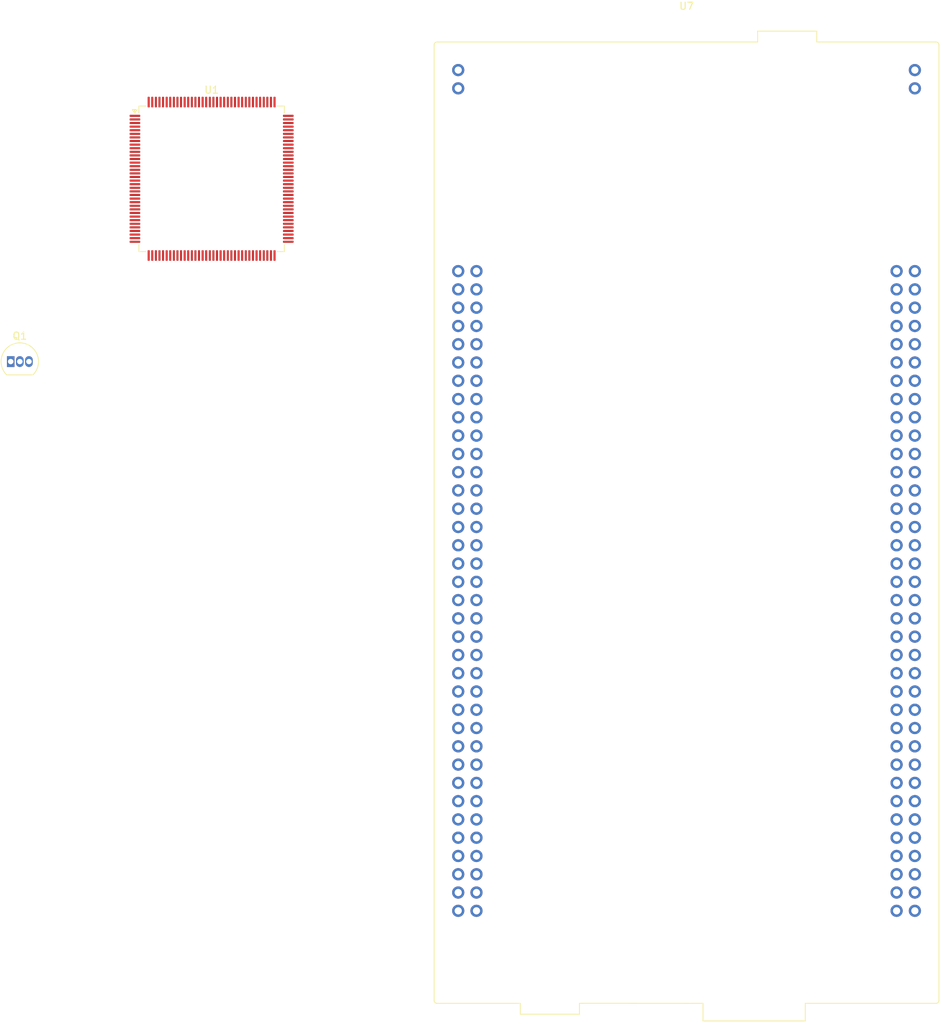
<source format=kicad_pcb>
(kicad_pcb (version 20240108) (generator "pcbnew") (generator_version "8.0")
  (layers (0 "F.Cu" signal) (31 "B.Cu" signal) (34 "B.Paste" user) (35 "F.Paste" user) (36 "B.SilkS" user "B.Silkscreen") (37 "F.SilkS" user "F.Silkscreen") (38 "B.Mask" user) (39 "F.Mask" user) (44 "Edge.Cuts" user))
  (net 0 "")
  (net 1 "PIN_X")
  (net 2 "Net-(Q1-B)")
  (net 3 "Net-(Q1-C)")
  (net 5 "OSC32_OUT")
  (net 9 "---")
  (net 13 "Net-(U1-VSS-Pad107)")
  (net 23 "OSC32_IN")
  (net 24 "TCK")
  (net 26 "RMII_MDC")
  (net 35 "TIM2_CH3 ---")
  (net 37 "TMS")
  (net 40 "USART3_RX")
  (net 41 "RMII_MDIO")
  (net 46 "USB_DP")
  (net 55 "LD3_Red")
  (net 57 "ENC_DT")
  (net 61 "USB_ID")
  (net 62 "EndStop1")
  (net 64 "USART3_TX")
  (net 68 "RMII_CRS_DV")
  (net 73 "ENC_CLK")
  (net 76 "LD1_Green")
  (net 77 "RMII_RXD1")
  (net 79 "RMII_TXD1")
  (net 82 "OSC_OUT")
  (net 87 "USB_SOF-TP1")
  (net 88 "USART2_TX")
  (net 90 "I2C1_SDA")
  (net 98 "USB_OverCurrent")
  (net 102 "LD2_Blue")
  (net 103 "RMII_TXD0")
  (net 108 "USB_DM")
  (net 109 "USART2_RX")
  (net 113 "EndStop2")
  (net 114 "RMII_REF_CLK")
  (net 115 "USB_PowerSwitchOn")
  (net 118 "I2C1_SCL")
  (net 119 "USB_VBUS")
  (net 120 "USER_Btn_B1")
  (net 121 "RMII_RXD0")
  (net 125 "OSC_IN_MCO")
  (net 131 "RMII_TX_EN")
  (net 279 "PA3")
  (footprint "Package_QFP:LQFP-144_20x20mm_P0.5mm" (layer "F.Cu") (at 83.82 53.34)
    (property "Reference" "U1" (at 0 -12.35 0) (layer "F.SilkS"))
    (property "Value" "STM32F746ZGTx")
    (fp_line (start -10.11 -10.11) (end -10.11 -9.16) (stroke (width 0.12)) (layer "F.SilkS"))
    (fp_line (start -10.11 10.11) (end -10.11 9.16) (stroke (width 0.12)) (layer "F.SilkS"))
    (fp_line (start -9.16 -10.11) (end -10.11 -10.11) (stroke (width 0.12)) (layer "F.SilkS"))
    (fp_line (start -9.16 10.11) (end -10.11 10.11) (stroke (width 0.12)) (layer "F.SilkS"))
    (fp_line (start 9.16 -10.11) (end 10.11 -10.11) (stroke (width 0.12)) (layer "F.SilkS"))
    (fp_line (start 9.16 10.11) (end 10.11 10.11) (stroke (width 0.12)) (layer "F.SilkS"))
    (fp_line (start 10.11 -10.11) (end 10.11 -9.16) (stroke (width 0.12)) (layer "F.SilkS"))
    (fp_line (start 10.11 10.11) (end 10.11 9.16) (stroke (width 0.12)) (layer "F.SilkS"))
    (fp_poly (pts (xy -10.7 -9.16) (xy -11.04 -9.63) (xy -10.36 -9.63) (xy -10.7 -9.16)) (stroke (width 0.12)) (fill solid) (layer "F.SilkS"))
    (pad "1" smd roundrect (at -10.6625 -8.75) (size 1.475 0.3) (layers "F.Cu" "F.Paste" "F.Mask") (net 62 "EndStop1"))
    (pad "2" smd roundrect (at -10.6625 -8.25) (size 1.475 0.3) (layers "F.Cu" "F.Paste" "F.Mask"))
    (pad "3" smd roundrect (at -10.6625 -7.75) (size 1.475 0.3) (layers "F.Cu" "F.Paste" "F.Mask") (net 113 "EndStop2"))
    (pad "4" smd roundrect (at -10.6625 -7.25) (size 1.475 0.3) (layers "F.Cu" "F.Paste" "F.Mask"))
    (pad "5" smd roundrect (at -10.6625 -6.75) (size 1.475 0.3) (layers "F.Cu" "F.Paste" "F.Mask"))
    (pad "6" smd roundrect (at -10.6625 -6.25) (size 1.475 0.3) (layers "F.Cu" "F.Paste" "F.Mask"))
    (pad "7" smd roundrect (at -10.6625 -5.75) (size 1.475 0.3) (layers "F.Cu" "F.Paste" "F.Mask") (net 120 "USER_Btn_B1"))
    (pad "8" smd roundrect (at -10.6625 -5.25) (size 1.475 0.3) (layers "F.Cu" "F.Paste" "F.Mask") (net 23 "OSC32_IN"))
    (pad "9" smd roundrect (at -10.6625 -4.75) (size 1.475 0.3) (layers "F.Cu" "F.Paste" "F.Mask") (net 5 "OSC32_OUT"))
    (pad "10" smd roundrect (at -10.6625 -4.25) (size 1.475 0.3) (layers "F.Cu" "F.Paste" "F.Mask"))
    (pad "11" smd roundrect (at -10.6625 -3.75) (size 1.475 0.3) (layers "F.Cu" "F.Paste" "F.Mask"))
    (pad "12" smd roundrect (at -10.6625 -3.25) (size 1.475 0.3) (layers "F.Cu" "F.Paste" "F.Mask"))
    (pad "13" smd roundrect (at -10.6625 -2.75) (size 1.475 0.3) (layers "F.Cu" "F.Paste" "F.Mask"))
    (pad "14" smd roundrect (at -10.6625 -2.25) (size 1.475 0.3) (layers "F.Cu" "F.Paste" "F.Mask"))
    (pad "15" smd roundrect (at -10.6625 -1.75) (size 1.475 0.3) (layers "F.Cu" "F.Paste" "F.Mask"))
    (pad "16" smd roundrect (at -10.6625 -1.25) (size 1.475 0.3) (layers "F.Cu" "F.Paste" "F.Mask") (net 13 "Net-(U1-VSS-Pad107)"))
    (pad "17" smd roundrect (at -10.6625 -0.75) (size 1.475 0.3) (layers "F.Cu" "F.Paste" "F.Mask"))
    (pad "18" smd roundrect (at -10.6625 -0.25) (size 1.475 0.3) (layers "F.Cu" "F.Paste" "F.Mask"))
    (pad "19" smd roundrect (at -10.6625 0.25) (size 1.475 0.3) (layers "F.Cu" "F.Paste" "F.Mask"))
    (pad "20" smd roundrect (at -10.6625 0.75) (size 1.475 0.3) (layers "F.Cu" "F.Paste" "F.Mask"))
    (pad "21" smd roundrect (at -10.6625 1.25) (size 1.475 0.3) (layers "F.Cu" "F.Paste" "F.Mask"))
    (pad "22" smd roundrect (at -10.6625 1.75) (size 1.475 0.3) (layers "F.Cu" "F.Paste" "F.Mask"))
    (pad "23" smd roundrect (at -10.6625 2.25) (size 1.475 0.3) (layers "F.Cu" "F.Paste" "F.Mask") (net 125 "OSC_IN_MCO"))
    (pad "24" smd roundrect (at -10.6625 2.75) (size 1.475 0.3) (layers "F.Cu" "F.Paste" "F.Mask") (net 82 "OSC_OUT"))
    (pad "25" smd roundrect (at -10.6625 3.25) (size 1.475 0.3) (layers "F.Cu" "F.Paste" "F.Mask"))
    (pad "26" smd roundrect (at -10.6625 3.75) (size 1.475 0.3) (layers "F.Cu" "F.Paste" "F.Mask"))
    (pad "27" smd roundrect (at -10.6625 4.25) (size 1.475 0.3) (layers "F.Cu" "F.Paste" "F.Mask") (net 26 "RMII_MDC"))
    (pad "28" smd roundrect (at -10.6625 4.75) (size 1.475 0.3) (layers "F.Cu" "F.Paste" "F.Mask"))
    (pad "29" smd roundrect (at -10.6625 5.25) (size 1.475 0.3) (layers "F.Cu" "F.Paste" "F.Mask"))
    (pad "30" smd roundrect (at -10.6625 5.75) (size 1.475 0.3) (layers "F.Cu" "F.Paste" "F.Mask"))
    (pad "31" smd roundrect (at -10.6625 6.25) (size 1.475 0.3) (layers "F.Cu" "F.Paste" "F.Mask"))
    (pad "32" smd roundrect (at -10.6625 6.75) (size 1.475 0.3) (layers "F.Cu" "F.Paste" "F.Mask"))
    (pad "33" smd roundrect (at -10.6625 7.25) (size 1.475 0.3) (layers "F.Cu" "F.Paste" "F.Mask"))
    (pad "34" smd roundrect (at -10.6625 7.75) (size 1.475 0.3) (layers "F.Cu" "F.Paste" "F.Mask"))
    (pad "35" smd roundrect (at -10.6625 8.25) (size 1.475 0.3) (layers "F.Cu" "F.Paste" "F.Mask") (net 114 "RMII_REF_CLK"))
    (pad "36" smd roundrect (at -10.6625 8.75) (size 1.475 0.3) (layers "F.Cu" "F.Paste" "F.Mask") (net 41 "RMII_MDIO"))
    (pad "37" smd roundrect (at -8.75 10.6625) (size 0.3 1.475) (layers "F.Cu" "F.Paste" "F.Mask") (net 9 "---"))
    (pad "38" smd roundrect (at -8.25 10.6625) (size 0.3 1.475) (layers "F.Cu" "F.Paste" "F.Mask") (net 13 "Net-(U1-VSS-Pad107)"))
    (pad "39" smd roundrect (at -7.75 10.6625) (size 0.3 1.475) (layers "F.Cu" "F.Paste" "F.Mask"))
    (pad "40" smd roundrect (at -7.25 10.6625) (size 0.3 1.475) (layers "F.Cu" "F.Paste" "F.Mask"))
    (pad "41" smd roundrect (at -6.75 10.6625) (size 0.3 1.475) (layers "F.Cu" "F.Paste" "F.Mask"))
    (pad "42" smd roundrect (at -6.25 10.6625) (size 0.3 1.475) (layers "F.Cu" "F.Paste" "F.Mask"))
    (pad "43" smd roundrect (at -5.75 10.6625) (size 0.3 1.475) (layers "F.Cu" "F.Paste" "F.Mask") (net 68 "RMII_CRS_DV"))
    (pad "44" smd roundrect (at -5.25 10.6625) (size 0.3 1.475) (layers "F.Cu" "F.Paste" "F.Mask") (net 121 "RMII_RXD0"))
    (pad "45" smd roundrect (at -4.75 10.6625) (size 0.3 1.475) (layers "F.Cu" "F.Paste" "F.Mask") (net 77 "RMII_RXD1"))
    (pad "46" smd roundrect (at -4.25 10.6625) (size 0.3 1.475) (layers "F.Cu" "F.Paste" "F.Mask") (net 76 "LD1_Green"))
    (pad "47" smd roundrect (at -3.75 10.6625) (size 0.3 1.475) (layers "F.Cu" "F.Paste" "F.Mask") (net 9 "---"))
    (pad "48" smd roundrect (at -3.25 10.6625) (size 0.3 1.475) (layers "F.Cu" "F.Paste" "F.Mask") (net 9 "---"))
    (pad "49" smd roundrect (at -2.75 10.6625) (size 0.3 1.475) (layers "F.Cu" "F.Paste" "F.Mask"))
    (pad "50" smd roundrect (at -2.25 10.6625) (size 0.3 1.475) (layers "F.Cu" "F.Paste" "F.Mask"))
    (pad "51" smd roundrect (at -1.75 10.6625) (size 0.3 1.475) (layers "F.Cu" "F.Paste" "F.Mask") (net 13 "Net-(U1-VSS-Pad107)"))
    (pad "52" smd roundrect (at -1.25 10.6625) (size 0.3 1.475) (layers "F.Cu" "F.Paste" "F.Mask"))
    (pad "53" smd roundrect (at -0.75 10.6625) (size 0.3 1.475) (layers "F.Cu" "F.Paste" "F.Mask"))
    (pad "54" smd roundrect (at -0.25 10.6625) (size 0.3 1.475) (layers "F.Cu" "F.Paste" "F.Mask"))
    (pad "55" smd roundrect (at 0.25 10.6625) (size 0.3 1.475) (layers "F.Cu" "F.Paste" "F.Mask"))
    (pad "56" smd roundrect (at 0.75 10.6625) (size 0.3 1.475) (layers "F.Cu" "F.Paste" "F.Mask") (net 1 "PIN_X"))
    (pad "57" smd roundrect (at 1.25 10.6625) (size 0.3 1.475) (layers "F.Cu" "F.Paste" "F.Mask"))
    (pad "58" smd roundrect (at 1.75 10.6625) (size 0.3 1.475) (layers "F.Cu" "F.Paste" "F.Mask"))
    (pad "59" smd roundrect (at 2.25 10.6625) (size 0.3 1.475) (layers "F.Cu" "F.Paste" "F.Mask"))
    (pad "60" smd roundrect (at 2.75 10.6625) (size 0.3 1.475) (layers "F.Cu" "F.Paste" "F.Mask"))
    (pad "61" smd roundrect (at 3.25 10.6625) (size 0.3 1.475) (layers "F.Cu" "F.Paste" "F.Mask") (net 13 "Net-(U1-VSS-Pad107)"))
    (pad "62" smd roundrect (at 3.75 10.6625) (size 0.3 1.475) (layers "F.Cu" "F.Paste" "F.Mask"))
    (pad "63" smd roundrect (at 4.25 10.6625) (size 0.3 1.475) (layers "F.Cu" "F.Paste" "F.Mask"))
    (pad "64" smd roundrect (at 4.75 10.6625) (size 0.3 1.475) (layers "F.Cu" "F.Paste" "F.Mask"))
    (pad "65" smd roundrect (at 5.25 10.6625) (size 0.3 1.475) (layers "F.Cu" "F.Paste" "F.Mask"))
    (pad "66" smd roundrect (at 5.75 10.6625) (size 0.3 1.475) (layers "F.Cu" "F.Paste" "F.Mask"))
    (pad "67" smd roundrect (at 6.25 10.6625) (size 0.3 1.475) (layers "F.Cu" "F.Paste" "F.Mask"))
    (pad "68" smd roundrect (at 6.75 10.6625) (size 0.3 1.475) (layers "F.Cu" "F.Paste" "F.Mask"))
    (pad "69" smd roundrect (at 7.25 10.6625) (size 0.3 1.475) (layers "F.Cu" "F.Paste" "F.Mask") (net 35 "TIM2_CH3 ---"))
    (pad "70" smd roundrect (at 7.75 10.6625) (size 0.3 1.475) (layers "F.Cu" "F.Paste" "F.Mask"))
    (pad "71" smd roundrect (at 8.25 10.6625) (size 0.3 1.475) (layers "F.Cu" "F.Paste" "F.Mask"))
    (pad "72" smd roundrect (at 8.75 10.6625) (size 0.3 1.475) (layers "F.Cu" "F.Paste" "F.Mask"))
    (pad "73" smd roundrect (at 10.6625 8.75) (size 1.475 0.3) (layers "F.Cu" "F.Paste" "F.Mask"))
    (pad "74" smd roundrect (at 10.6625 8.25) (size 1.475 0.3) (layers "F.Cu" "F.Paste" "F.Mask") (net 79 "RMII_TXD1"))
    (pad "75" smd roundrect (at 10.6625 7.75) (size 1.475 0.3) (layers "F.Cu" "F.Paste" "F.Mask") (net 55 "LD3_Red"))
    (pad "76" smd roundrect (at 10.6625 7.25) (size 1.475 0.3) (layers "F.Cu" "F.Paste" "F.Mask"))
    (pad "77" smd roundrect (at 10.6625 6.75) (size 1.475 0.3) (layers "F.Cu" "F.Paste" "F.Mask") (net 64 "USART3_TX"))
    (pad "78" smd roundrect (at 10.6625 6.25) (size 1.475 0.3) (layers "F.Cu" "F.Paste" "F.Mask") (net 40 "USART3_RX"))
    (pad "79" smd roundrect (at 10.6625 5.75) (size 1.475 0.3) (layers "F.Cu" "F.Paste" "F.Mask"))
    (pad "80" smd roundrect (at 10.6625 5.25) (size 1.475 0.3) (layers "F.Cu" "F.Paste" "F.Mask"))
    (pad "81" smd roundrect (at 10.6625 4.75) (size 1.475 0.3) (layers "F.Cu" "F.Paste" "F.Mask") (net 57 "ENC_DT"))
    (pad "82" smd roundrect (at 10.6625 4.25) (size 1.475 0.3) (layers "F.Cu" "F.Paste" "F.Mask") (net 73 "ENC_CLK"))
    (pad "83" smd roundrect (at 10.6625 3.75) (size 1.475 0.3) (layers "F.Cu" "F.Paste" "F.Mask") (net 13 "Net-(U1-VSS-Pad107)"))
    (pad "84" smd roundrect (at 10.6625 3.25) (size 1.475 0.3) (layers "F.Cu" "F.Paste" "F.Mask"))
    (pad "85" smd roundrect (at 10.6625 2.75) (size 1.475 0.3) (layers "F.Cu" "F.Paste" "F.Mask"))
    (pad "86" smd roundrect (at 10.6625 2.25) (size 1.475 0.3) (layers "F.Cu" "F.Paste" "F.Mask"))
    (pad "87" smd roundrect (at 10.6625 1.75) (size 1.475 0.3) (layers "F.Cu" "F.Paste" "F.Mask"))
    (pad "88" smd roundrect (at 10.6625 1.25) (size 1.475 0.3) (layers "F.Cu" "F.Paste" "F.Mask"))
    (pad "89" smd roundrect (at 10.6625 0.75) (size 1.475 0.3) (layers "F.Cu" "F.Paste" "F.Mask"))
    (pad "90" smd roundrect (at 10.6625 0.25) (size 1.475 0.3) (layers "F.Cu" "F.Paste" "F.Mask"))
    (pad "91" smd roundrect (at 10.6625 -0.25) (size 1.475 0.3) (layers "F.Cu" "F.Paste" "F.Mask") (net 115 "USB_PowerSwitchOn"))
    (pad "92" smd roundrect (at 10.6625 -0.75) (size 1.475 0.3) (layers "F.Cu" "F.Paste" "F.Mask") (net 98 "USB_OverCurrent"))
    (pad "93" smd roundrect (at 10.6625 -1.25) (size 1.475 0.3) (layers "F.Cu" "F.Paste" "F.Mask"))
    (pad "94" smd roundrect (at 10.6625 -1.75) (size 1.475 0.3) (layers "F.Cu" "F.Paste" "F.Mask") (net 13 "Net-(U1-VSS-Pad107)"))
    (pad "95" smd roundrect (at 10.6625 -2.25) (size 1.475 0.3) (layers "F.Cu" "F.Paste" "F.Mask"))
    (pad "96" smd roundrect (at 10.6625 -2.75) (size 1.475 0.3) (layers "F.Cu" "F.Paste" "F.Mask"))
    (pad "97" smd roundrect (at 10.6625 -3.25) (size 1.475 0.3) (layers "F.Cu" "F.Paste" "F.Mask"))
    (pad "98" smd roundrect (at 10.6625 -3.75) (size 1.475 0.3) (layers "F.Cu" "F.Paste" "F.Mask"))
    (pad "99" smd roundrect (at 10.6625 -4.25) (size 1.475 0.3) (layers "F.Cu" "F.Paste" "F.Mask"))
    (pad "100" smd roundrect (at 10.6625 -4.75) (size 1.475 0.3) (layers "F.Cu" "F.Paste" "F.Mask") (net 87 "USB_SOF-TP1"))
    (pad "101" smd roundrect (at 10.6625 -5.25) (size 1.475 0.3) (layers "F.Cu" "F.Paste" "F.Mask") (net 119 "USB_VBUS"))
    (pad "102" smd roundrect (at 10.6625 -5.75) (size 1.475 0.3) (layers "F.Cu" "F.Paste" "F.Mask") (net 61 "USB_ID"))
    (pad "103" smd roundrect (at 10.6625 -6.25) (size 1.475 0.3) (layers "F.Cu" "F.Paste" "F.Mask") (net 108 "USB_DM"))
    (pad "104" smd roundrect (at 10.6625 -6.75) (size 1.475 0.3) (layers "F.Cu" "F.Paste" "F.Mask") (net 46 "USB_DP"))
    (pad "105" smd roundrect (at 10.6625 -7.25) (size 1.475 0.3) (layers "F.Cu" "F.Paste" "F.Mask") (net 37 "TMS"))
    (pad "106" smd roundrect (at 10.6625 -7.75) (size 1.475 0.3) (layers "F.Cu" "F.Paste" "F.Mask"))
    (pad "107" smd roundrect (at 10.6625 -8.25) (size 1.475 0.3) (layers "F.Cu" "F.Paste" "F.Mask") (net 13 "Net-(U1-VSS-Pad107)"))
    (pad "108" smd roundrect (at 10.6625 -8.75) (size 1.475 0.3) (layers "F.Cu" "F.Paste" "F.Mask"))
    (pad "109" smd roundrect (at 8.75 -10.6625) (size 0.3 1.475) (layers "F.Cu" "F.Paste" "F.Mask") (net 24 "TCK"))
    (pad "110" smd roundrect (at 8.25 -10.6625) (size 0.3 1.475) (layers "F.Cu" "F.Paste" "F.Mask"))
    (pad "111" smd roundrect (at 7.75 -10.6625) (size 0.3 1.475) (layers "F.Cu" "F.Paste" "F.Mask"))
    (pad "112" smd roundrect (at 7.25 -10.6625) (size 0.3 1.475) (layers "F.Cu" "F.Paste" "F.Mask"))
    (pad "113" smd roundrect (at 6.75 -10.6625) (size 0.3 1.475) (layers "F.Cu" "F.Paste" "F.Mask"))
    (pad "114" smd roundrect (at 6.25 -10.6625) (size 0.3 1.475) (layers "F.Cu" "F.Paste" "F.Mask"))
    (pad "115" smd roundrect (at 5.75 -10.6625) (size 0.3 1.475) (layers "F.Cu" "F.Paste" "F.Mask"))
    (pad "116" smd roundrect (at 5.25 -10.6625) (size 0.3 1.475) (layers "F.Cu" "F.Paste" "F.Mask"))
    (pad "117" smd roundrect (at 4.75 -10.6625) (size 0.3 1.475) (layers "F.Cu" "F.Paste" "F.Mask"))
    (pad "118" smd roundrect (at 4.25 -10.6625) (size 0.3 1.475) (layers "F.Cu" "F.Paste" "F.Mask"))
    (pad "119" smd roundrect (at 3.75 -10.6625) (size 0.3 1.475) (layers "F.Cu" "F.Paste" "F.Mask") (net 88 "USART2_TX"))
    (pad "120" smd roundrect (at 3.25 -10.6625) (size 0.3 1.475) (layers "F.Cu" "F.Paste" "F.Mask") (net 13 "Net-(U1-VSS-Pad107)"))
    (pad "121" smd roundrect (at 2.75 -10.6625) (size 0.3 1.475) (layers "F.Cu" "F.Paste" "F.Mask"))
    (pad "122" smd roundrect (at 2.25 -10.6625) (size 0.3 1.475) (layers "F.Cu" "F.Paste" "F.Mask") (net 109 "USART2_RX"))
    (pad "123" smd roundrect (at 1.75 -10.6625) (size 0.3 1.475) (layers "F.Cu" "F.Paste" "F.Mask"))
    (pad "124" smd roundrect (at 1.25 -10.6625) (size 0.3 1.475) (layers "F.Cu" "F.Paste" "F.Mask"))
    (pad "125" smd roundrect (at 0.75 -10.6625) (size 0.3 1.475) (layers "F.Cu" "F.Paste" "F.Mask"))
    (pad "126" smd roundrect (at 0.25 -10.6625) (size 0.3 1.475) (layers "F.Cu" "F.Paste" "F.Mask") (net 131 "RMII_TX_EN"))
    (pad "127" smd roundrect (at -0.25 -10.6625) (size 0.3 1.475) (layers "F.Cu" "F.Paste" "F.Mask"))
    (pad "128" smd roundrect (at -0.75 -10.6625) (size 0.3 1.475) (layers "F.Cu" "F.Paste" "F.Mask") (net 103 "RMII_TXD0"))
    (pad "129" smd roundrect (at -1.25 -10.6625) (size 0.3 1.475) (layers "F.Cu" "F.Paste" "F.Mask"))
    (pad "130" smd roundrect (at -1.75 -10.6625) (size 0.3 1.475) (layers "F.Cu" "F.Paste" "F.Mask") (net 13 "Net-(U1-VSS-Pad107)"))
    (pad "131" smd roundrect (at -2.25 -10.6625) (size 0.3 1.475) (layers "F.Cu" "F.Paste" "F.Mask"))
    (pad "132" smd roundrect (at -2.75 -10.6625) (size 0.3 1.475) (layers "F.Cu" "F.Paste" "F.Mask"))
    (pad "133" smd roundrect (at -3.25 -10.6625) (size 0.3 1.475) (layers "F.Cu" "F.Paste" "F.Mask") (net 9 "---"))
    (pad "134" smd roundrect (at -3.75 -10.6625) (size 0.3 1.475) (layers "F.Cu" "F.Paste" "F.Mask") (net 9 "---"))
    (pad "135" smd roundrect (at -4.25 -10.6625) (size 0.3 1.475) (layers "F.Cu" "F.Paste" "F.Mask"))
    (pad "136" smd roundrect (at -4.75 -10.6625) (size 0.3 1.475) (layers "F.Cu" "F.Paste" "F.Mask"))
    (pad "137" smd roundrect (at -5.25 -10.6625) (size 0.3 1.475) (layers "F.Cu" "F.Paste" "F.Mask") (net 102 "LD2_Blue"))
    (pad "138" smd roundrect (at -5.75 -10.6625) (size 0.3 1.475) (layers "F.Cu" "F.Paste" "F.Mask"))
    (pad "139" smd roundrect (at -6.25 -10.6625) (size 0.3 1.475) (layers "F.Cu" "F.Paste" "F.Mask") (net 118 "I2C1_SCL"))
    (pad "140" smd roundrect (at -6.75 -10.6625) (size 0.3 1.475) (layers "F.Cu" "F.Paste" "F.Mask") (net 90 "I2C1_SDA"))
    (pad "141" smd roundrect (at -7.25 -10.6625) (size 0.3 1.475) (layers "F.Cu" "F.Paste" "F.Mask"))
    (pad "142" smd roundrect (at -7.75 -10.6625) (size 0.3 1.475) (layers "F.Cu" "F.Paste" "F.Mask"))
    (pad "143" smd roundrect (at -8.25 -10.6625) (size 0.3 1.475) (layers "F.Cu" "F.Paste" "F.Mask"))
    (pad "144" smd roundrect (at -8.75 -10.6625) (size 0.3 1.475) (layers "F.Cu" "F.Paste" "F.Mask"))
  )
  (footprint "Module:ST_Morpho_Connector_144_STLink" (layer "F.Cu") (at 118.11 66.17)
    (property "Reference" "U7" (at 31.75 -36.83 0) (layer "F.SilkS"))
    (property "Value" "NUCLEO144-F746ZG")
    (fp_line (start -3.35 -31.44) (end -3.35 101.36) (stroke (width 0.12)) (layer "F.SilkS"))
    (fp_line (start 8.64 101.76) (end -2.95 101.76) (stroke (width 0.12)) (layer "F.SilkS"))
    (fp_line (start 8.64 101.76) (end 8.64 103.27) (stroke (width 0.12)) (layer "F.SilkS"))
    (fp_line (start 8.64 103.27) (end 16.86 103.27) (stroke (width 0.12)) (layer "F.SilkS"))
    (fp_line (start 16.86 103.27) (end 16.86 101.75) (stroke (width 0.12)) (layer "F.SilkS"))
    (fp_line (start 34.04 101.76) (end 16.86 101.75) (stroke (width 0.12)) (layer "F.SilkS"))
    (fp_line (start 34.04 104.21) (end 34.04 101.76) (stroke (width 0.12)) (layer "F.SilkS"))
    (fp_line (start 41.64 -33.35) (end 49.86 -33.35) (stroke (width 0.12)) (layer "F.SilkS"))
    (fp_line (start 41.64 -31.84) (end -2.95 -31.84) (stroke (width 0.12)) (layer "F.SilkS"))
    (fp_line (start 41.64 -31.84) (end 41.64 -33.35) (stroke (width 0.12)) (layer "F.SilkS"))
    (fp_line (start 48.26 101.76) (end 48.26 104.21) (stroke (width 0.12)) (layer "F.SilkS"))
    (fp_line (start 48.26 101.76) (end 66.45 101.76) (stroke (width 0.12)) (layer "F.SilkS"))
    (fp_line (start 48.26 104.21) (end 34.04 104.21) (stroke (width 0.12)) (layer "F.SilkS"))
    (fp_line (start 49.86 -33.35) (end 49.86 -31.84) (stroke (width 0.12)) (layer "F.SilkS"))
    (fp_line (start 49.86 -31.84) (end 66.45 -31.84) (stroke (width 0.12)) (layer "F.SilkS"))
    (fp_line (start 66.85 101.36) (end 66.85 -31.44) (stroke (width 0.12)) (layer "F.SilkS"))
    (fp_arc (start -3.35 -31.44) (mid -3.232843 -31.722843) (end -2.95 -31.84) (stroke (width 0.12)) (layer "F.SilkS"))
    (fp_arc (start -2.95 101.76) (mid -3.232843 101.642843) (end -3.35 101.36) (stroke (width 0.12)) (layer "F.SilkS"))
    (fp_arc (start 66.45 -31.84) (mid 66.732843 -31.722843) (end 66.85 -31.44) (stroke (width 0.12)) (layer "F.SilkS"))
    (fp_arc (start 66.85 101.36) (mid 66.732843 101.642843) (end 66.45 101.76) (stroke (width 0.12)) (layer "F.SilkS"))
    (pad "1" thru_hole circle (at 0 0) (size 1.7 1.7) (drill 1) (layers "*.Cu" "*.Mask"))
    (pad "2" thru_hole circle (at 2.54 0) (size 1.7 1.7) (drill 1) (layers "*.Cu" "*.Mask"))
    (pad "3" thru_hole circle (at 0 2.54) (size 1.7 1.7) (drill 1) (layers "*.Cu" "*.Mask"))
    (pad "4" thru_hole circle (at 2.54 2.54) (size 1.7 1.7) (drill 1) (layers "*.Cu" "*.Mask"))
    (pad "5" thru_hole circle (at 0 5.08) (size 1.7 1.7) (drill 1) (layers "*.Cu" "*.Mask"))
    (pad "6" thru_hole circle (at 2.54 5.08) (size 1.7 1.7) (drill 1) (layers "*.Cu" "*.Mask"))
    (pad "7" thru_hole circle (at 0 7.62) (size 1.7 1.7) (drill 1) (layers "*.Cu" "*.Mask"))
    (pad "8" thru_hole circle (at 2.54 7.62) (size 1.7 1.7) (drill 1) (layers "*.Cu" "*.Mask"))
    (pad "9" thru_hole circle (at 0 10.16) (size 1.7 1.7) (drill 1) (layers "*.Cu" "*.Mask"))
    (pad "10" thru_hole circle (at 2.54 10.16) (size 1.7 1.7) (drill 1) (layers "*.Cu" "*.Mask"))
    (pad "11" thru_hole circle (at 0 12.7) (size 1.7 1.7) (drill 1) (layers "*.Cu" "*.Mask"))
    (pad "12" thru_hole circle (at 2.54 12.7) (size 1.7 1.7) (drill 1) (layers "*.Cu" "*.Mask"))
    (pad "13" thru_hole circle (at 0 15.24) (size 1.7 1.7) (drill 1) (layers "*.Cu" "*.Mask"))
    (pad "14" thru_hole circle (at 2.54 15.24) (size 1.7 1.7) (drill 1) (layers "*.Cu" "*.Mask"))
    (pad "15" thru_hole circle (at 0 17.78) (size 1.7 1.7) (drill 1) (layers "*.Cu" "*.Mask"))
    (pad "16" thru_hole circle (at 2.54 17.78) (size 1.7 1.7) (drill 1) (layers "*.Cu" "*.Mask"))
    (pad "17" thru_hole circle (at 0 20.32) (size 1.7 1.7) (drill 1) (layers "*.Cu" "*.Mask"))
    (pad "18" thru_hole circle (at 2.54 20.32) (size 1.7 1.7) (drill 1) (layers "*.Cu" "*.Mask"))
    (pad "19" thru_hole circle (at 0 22.86) (size 1.7 1.7) (drill 1) (layers "*.Cu" "*.Mask"))
    (pad "20" thru_hole circle (at 2.54 22.86) (size 1.7 1.7) (drill 1) (layers "*.Cu" "*.Mask"))
    (pad "21" thru_hole circle (at 0 25.4) (size 1.7 1.7) (drill 1) (layers "*.Cu" "*.Mask"))
    (pad "22" thru_hole circle (at 2.54 25.4) (size 1.7 1.7) (drill 1) (layers "*.Cu" "*.Mask"))
    (pad "23" thru_hole circle (at 0 27.94) (size 1.7 1.7) (drill 1) (layers "*.Cu" "*.Mask"))
    (pad "24" thru_hole circle (at 2.54 27.94) (size 1.7 1.7) (drill 1) (layers "*.Cu" "*.Mask"))
    (pad "25" thru_hole circle (at 0 30.48) (size 1.7 1.7) (drill 1) (layers "*.Cu" "*.Mask"))
    (pad "26" thru_hole circle (at 2.54 30.48) (size 1.7 1.7) (drill 1) (layers "*.Cu" "*.Mask"))
    (pad "27" thru_hole circle (at 0 33.02) (size 1.7 1.7) (drill 1) (layers "*.Cu" "*.Mask"))
    (pad "28" thru_hole circle (at 2.54 33.02) (size 1.7 1.7) (drill 1) (layers "*.Cu" "*.Mask"))
    (pad "29" thru_hole circle (at 0 35.56) (size 1.7 1.7) (drill 1) (layers "*.Cu" "*.Mask"))
    (pad "30" thru_hole circle (at 2.54 35.56) (size 1.7 1.7) (drill 1) (layers "*.Cu" "*.Mask"))
    (pad "31" thru_hole circle (at 0 38.1) (size 1.7 1.7) (drill 1) (layers "*.Cu" "*.Mask"))
    (pad "32" thru_hole circle (at 2.54 38.1) (size 1.7 1.7) (drill 1) (layers "*.Cu" "*.Mask"))
    (pad "33" thru_hole circle (at 0 40.64) (size 1.7 1.7) (drill 1) (layers "*.Cu" "*.Mask"))
    (pad "34" thru_hole circle (at 2.54 40.64) (size 1.7 1.7) (drill 1) (layers "*.Cu" "*.Mask"))
    (pad "35" thru_hole circle (at 0 43.18) (size 1.7 1.7) (drill 1) (layers "*.Cu" "*.Mask"))
    (pad "36" thru_hole circle (at 2.54 43.18) (size 1.7 1.7) (drill 1) (layers "*.Cu" "*.Mask"))
    (pad "37" thru_hole circle (at 0 45.72) (size 1.7 1.7) (drill 1) (layers "*.Cu" "*.Mask"))
    (pad "38" thru_hole circle (at 2.54 45.72) (size 1.7 1.7) (drill 1) (layers "*.Cu" "*.Mask"))
    (pad "39" thru_hole circle (at 0 48.26) (size 1.7 1.7) (drill 1) (layers "*.Cu" "*.Mask"))
    (pad "40" thru_hole circle (at 2.54 48.26) (size 1.7 1.7) (drill 1) (layers "*.Cu" "*.Mask"))
    (pad "41" thru_hole circle (at 0 50.8) (size 1.7 1.7) (drill 1) (layers "*.Cu" "*.Mask"))
    (pad "42" thru_hole circle (at 2.54 50.8) (size 1.7 1.7) (drill 1) (layers "*.Cu" "*.Mask"))
    (pad "43" thru_hole circle (at 0 53.34) (size 1.7 1.7) (drill 1) (layers "*.Cu" "*.Mask"))
    (pad "44" thru_hole circle (at 2.54 53.34) (size 1.7 1.7) (drill 1) (layers "*.Cu" "*.Mask"))
    (pad "45" thru_hole circle (at 0 55.88) (size 1.7 1.7) (drill 1) (layers "*.Cu" "*.Mask"))
    (pad "46" thru_hole circle (at 2.54 55.88) (size 1.7 1.7) (drill 1) (layers "*.Cu" "*.Mask"))
    (pad "47" thru_hole circle (at 0 58.42) (size 1.7 1.7) (drill 1) (layers "*.Cu" "*.Mask"))
    (pad "48" thru_hole circle (at 2.54 58.42) (size 1.7 1.7) (drill 1) (layers "*.Cu" "*.Mask"))
    (pad "49" thru_hole circle (at 0 60.96) (size 1.7 1.7) (drill 1) (layers "*.Cu" "*.Mask"))
    (pad "50" thru_hole circle (at 2.54 60.96) (size 1.7 1.7) (drill 1) (layers "*.Cu" "*.Mask"))
    (pad "51" thru_hole circle (at 0 63.5) (size 1.7 1.7) (drill 1) (layers "*.Cu" "*.Mask"))
    (pad "52" thru_hole circle (at 2.54 63.5) (size 1.7 1.7) (drill 1) (layers "*.Cu" "*.Mask"))
    (pad "53" thru_hole circle (at 0 66.04) (size 1.7 1.7) (drill 1) (layers "*.Cu" "*.Mask"))
    (pad "54" thru_hole circle (at 2.54 66.04) (size 1.7 1.7) (drill 1) (layers "*.Cu" "*.Mask"))
    (pad "55" thru_hole circle (at 0 68.58) (size 1.7 1.7) (drill 1) (layers "*.Cu" "*.Mask"))
    (pad "56" thru_hole circle (at 2.54 68.58) (size 1.7 1.7) (drill 1) (layers "*.Cu" "*.Mask"))
    (pad "57" thru_hole circle (at 0 71.12) (size 1.7 1.7) (drill 1) (layers "*.Cu" "*.Mask"))
    (pad "58" thru_hole circle (at 2.54 71.12) (size 1.7 1.7) (drill 1) (layers "*.Cu" "*.Mask"))
    (pad "59" thru_hole circle (at 0 73.66) (size 1.7 1.7) (drill 1) (layers "*.Cu" "*.Mask"))
    (pad "60" thru_hole circle (at 2.54 73.66) (size 1.7 1.7) (drill 1) (layers "*.Cu" "*.Mask"))
    (pad "61" thru_hole circle (at 0 76.2) (size 1.7 1.7) (drill 1) (layers "*.Cu" "*.Mask"))
    (pad "62" thru_hole circle (at 2.54 76.2) (size 1.7 1.7) (drill 1) (layers "*.Cu" "*.Mask"))
    (pad "63" thru_hole circle (at 0 78.74) (size 1.7 1.7) (drill 1) (layers "*.Cu" "*.Mask"))
    (pad "64" thru_hole circle (at 2.54 78.74) (size 1.7 1.7) (drill 1) (layers "*.Cu" "*.Mask"))
    (pad "65" thru_hole circle (at 0 81.28) (size 1.7 1.7) (drill 1) (layers "*.Cu" "*.Mask"))
    (pad "66" thru_hole circle (at 2.54 81.28) (size 1.7 1.7) (drill 1) (layers "*.Cu" "*.Mask"))
    (pad "67" thru_hole circle (at 0 83.82) (size 1.7 1.7) (drill 1) (layers "*.Cu" "*.Mask"))
    (pad "68" thru_hole circle (at 2.54 83.82) (size 1.7 1.7) (drill 1) (layers "*.Cu" "*.Mask"))
    (pad "69" thru_hole circle (at 0 86.36) (size 1.7 1.7) (drill 1) (layers "*.Cu" "*.Mask"))
    (pad "70" thru_hole circle (at 2.54 86.36) (size 1.7 1.7) (drill 1) (layers "*.Cu" "*.Mask"))
    (pad "71" thru_hole circle (at 0 88.9) (size 1.7 1.7) (drill 1) (layers "*.Cu" "*.Mask"))
    (pad "72" thru_hole circle (at 2.54 88.9) (size 1.7 1.7) (drill 1) (layers "*.Cu" "*.Mask"))
    (pad "73" thru_hole circle (at 60.96 0) (size 1.7 1.7) (drill 1) (layers "*.Cu" "*.Mask"))
    (pad "74" thru_hole circle (at 63.5 0) (size 1.7 1.7) (drill 1) (layers "*.Cu" "*.Mask"))
    (pad "75" thru_hole circle (at 60.96 2.54) (size 1.7 1.7) (drill 1) (layers "*.Cu" "*.Mask"))
    (pad "76" thru_hole circle (at 63.5 2.54) (size 1.7 1.7) (drill 1) (layers "*.Cu" "*.Mask"))
    (pad "77" thru_hole circle (at 60.96 5.08) (size 1.7 1.7) (drill 1) (layers "*.Cu" "*.Mask"))
    (pad "78" thru_hole circle (at 63.5 5.08) (size 1.7 1.7) (drill 1) (layers "*.Cu" "*.Mask"))
    (pad "79" thru_hole circle (at 60.96 7.62) (size 1.7 1.7) (drill 1) (layers "*.Cu" "*.Mask"))
    (pad "80" thru_hole circle (at 63.5 7.62) (size 1.7 1.7) (drill 1) (layers "*.Cu" "*.Mask"))
    (pad "81" thru_hole circle (at 60.96 10.16) (size 1.7 1.7) (drill 1) (layers "*.Cu" "*.Mask"))
    (pad "82" thru_hole circle (at 63.5 10.16) (size 1.7 1.7) (drill 1) (layers "*.Cu" "*.Mask"))
    (pad "83" thru_hole circle (at 60.96 12.7) (size 1.7 1.7) (drill 1) (layers "*.Cu" "*.Mask"))
    (pad "84" thru_hole circle (at 63.5 12.7) (size 1.7 1.7) (drill 1) (layers "*.Cu" "*.Mask"))
    (pad "85" thru_hole circle (at 60.96 15.24) (size 1.7 1.7) (drill 1) (layers "*.Cu" "*.Mask"))
    (pad "86" thru_hole circle (at 63.5 15.24) (size 1.7 1.7) (drill 1) (layers "*.Cu" "*.Mask"))
    (pad "87" thru_hole circle (at 60.96 17.78) (size 1.7 1.7) (drill 1) (layers "*.Cu" "*.Mask"))
    (pad "88" thru_hole circle (at 63.5 17.78) (size 1.7 1.7) (drill 1) (layers "*.Cu" "*.Mask"))
    (pad "89" thru_hole circle (at 60.96 20.32) (size 1.7 1.7) (drill 1) (layers "*.Cu" "*.Mask"))
    (pad "90" thru_hole circle (at 63.5 20.32) (size 1.7 1.7) (drill 1) (layers "*.Cu" "*.Mask"))
    (pad "91" thru_hole circle (at 60.96 22.86) (size 1.7 1.7) (drill 1) (layers "*.Cu" "*.Mask"))
    (pad "92" thru_hole circle (at 63.5 22.86) (size 1.7 1.7) (drill 1) (layers "*.Cu" "*.Mask"))
    (pad "93" thru_hole circle (at 60.96 25.4) (size 1.7 1.7) (drill 1) (layers "*.Cu" "*.Mask"))
    (pad "94" thru_hole circle (at 63.5 25.4) (size 1.7 1.7) (drill 1) (layers "*.Cu" "*.Mask"))
    (pad "95" thru_hole circle (at 60.96 27.94) (size 1.7 1.7) (drill 1) (layers "*.Cu" "*.Mask"))
    (pad "96" thru_hole circle (at 63.5 27.94) (size 1.7 1.7) (drill 1) (layers "*.Cu" "*.Mask"))
    (pad "97" thru_hole circle (at 60.96 30.48) (size 1.7 1.7) (drill 1) (layers "*.Cu" "*.Mask"))
    (pad "98" thru_hole circle (at 63.5 30.48) (size 1.7 1.7) (drill 1) (layers "*.Cu" "*.Mask"))
    (pad "99" thru_hole circle (at 60.96 33.02) (size 1.7 1.7) (drill 1) (layers "*.Cu" "*.Mask"))
    (pad "100" thru_hole circle (at 63.5 33.02) (size 1.7 1.7) (drill 1) (layers "*.Cu" "*.Mask"))
    (pad "101" thru_hole circle (at 60.96 35.56) (size 1.7 1.7) (drill 1) (layers "*.Cu" "*.Mask"))
    (pad "102" thru_hole circle (at 63.5 35.56) (size 1.7 1.7) (drill 1) (layers "*.Cu" "*.Mask"))
    (pad "103" thru_hole circle (at 60.96 38.1) (size 1.7 1.7) (drill 1) (layers "*.Cu" "*.Mask"))
    (pad "104" thru_hole circle (at 63.5 38.1) (size 1.7 1.7) (drill 1) (layers "*.Cu" "*.Mask"))
    (pad "105" thru_hole circle (at 60.96 40.64) (size 1.7 1.7) (drill 1) (layers "*.Cu" "*.Mask"))
    (pad "106" thru_hole circle (at 63.5 40.64) (size 1.7 1.7) (drill 1) (layers "*.Cu" "*.Mask"))
    (pad "107" thru_hole circle (at 60.96 43.18) (size 1.7 1.7) (drill 1) (layers "*.Cu" "*.Mask"))
    (pad "108" thru_hole circle (at 63.5 43.18) (size 1.7 1.7) (drill 1) (layers "*.Cu" "*.Mask"))
    (pad "109" thru_hole circle (at 60.96 45.72) (size 1.7 1.7) (drill 1) (layers "*.Cu" "*.Mask"))
    (pad "110" thru_hole circle (at 63.5 45.72) (size 1.7 1.7) (drill 1) (layers "*.Cu" "*.Mask"))
    (pad "111" thru_hole circle (at 60.96 48.26) (size 1.7 1.7) (drill 1) (layers "*.Cu" "*.Mask"))
    (pad "112" thru_hole circle (at 63.5 48.26) (size 1.7 1.7) (drill 1) (layers "*.Cu" "*.Mask"))
    (pad "113" thru_hole circle (at 60.96 50.8) (size 1.7 1.7) (drill 1) (layers "*.Cu" "*.Mask"))
    (pad "114" thru_hole circle (at 63.5 50.8) (size 1.7 1.7) (drill 1) (layers "*.Cu" "*.Mask"))
    (pad "115" thru_hole circle (at 60.96 53.34) (size 1.7 1.7) (drill 1) (layers "*.Cu" "*.Mask"))
    (pad "116" thru_hole circle (at 63.5 53.34) (size 1.7 1.7) (drill 1) (layers "*.Cu" "*.Mask"))
    (pad "117" thru_hole circle (at 60.96 55.88) (size 1.7 1.7) (drill 1) (layers "*.Cu" "*.Mask"))
    (pad "118" thru_hole circle (at 63.5 55.88) (size 1.7 1.7) (drill 1) (layers "*.Cu" "*.Mask"))
    (pad "119" thru_hole circle (at 60.96 58.42) (size 1.7 1.7) (drill 1) (layers "*.Cu" "*.Mask"))
    (pad "120" thru_hole circle (at 63.5 58.42) (size 1.7 1.7) (drill 1) (layers "*.Cu" "*.Mask"))
    (pad "121" thru_hole circle (at 60.96 60.96) (size 1.7 1.7) (drill 1) (layers "*.Cu" "*.Mask"))
    (pad "122" thru_hole circle (at 63.5 60.96) (size 1.7 1.7) (drill 1) (layers "*.Cu" "*.Mask"))
    (pad "123" thru_hole circle (at 60.96 63.5) (size 1.7 1.7) (drill 1) (layers "*.Cu" "*.Mask"))
    (pad "124" thru_hole circle (at 63.5 63.5) (size 1.7 1.7) (drill 1) (layers "*.Cu" "*.Mask"))
    (pad "125" thru_hole circle (at 60.96 66.04) (size 1.7 1.7) (drill 1) (layers "*.Cu" "*.Mask"))
    (pad "126" thru_hole circle (at 63.5 66.04) (size 1.7 1.7) (drill 1) (layers "*.Cu" "*.Mask"))
    (pad "127" thru_hole circle (at 60.96 68.58) (size 1.7 1.7) (drill 1) (layers "*.Cu" "*.Mask"))
    (pad "128" thru_hole circle (at 63.5 68.58) (size 1.7 1.7) (drill 1) (layers "*.Cu" "*.Mask"))
    (pad "129" thru_hole circle (at 60.96 71.12) (size 1.7 1.7) (drill 1) (layers "*.Cu" "*.Mask"))
    (pad "130" thru_hole circle (at 63.5 71.12) (size 1.7 1.7) (drill 1) (layers "*.Cu" "*.Mask"))
    (pad "131" thru_hole circle (at 60.96 73.66) (size 1.7 1.7) (drill 1) (layers "*.Cu" "*.Mask"))
    (pad "132" thru_hole circle (at 63.5 73.66) (size 1.7 1.7) (drill 1) (layers "*.Cu" "*.Mask"))
    (pad "133" thru_hole circle (at 60.96 76.2) (size 1.7 1.7) (drill 1) (layers "*.Cu" "*.Mask"))
    (pad "134" thru_hole circle (at 63.5 76.2) (size 1.7 1.7) (drill 1) (layers "*.Cu" "*.Mask"))
    (pad "135" thru_hole circle (at 60.96 78.74) (size 1.7 1.7) (drill 1) (layers "*.Cu" "*.Mask"))
    (pad "136" thru_hole circle (at 63.5 78.74) (size 1.7 1.7) (drill 1) (layers "*.Cu" "*.Mask"))
    (pad "137" thru_hole circle (at 60.96 81.28) (size 1.7 1.7) (drill 1) (layers "*.Cu" "*.Mask"))
    (pad "138" thru_hole circle (at 63.5 81.28) (size 1.7 1.7) (drill 1) (layers "*.Cu" "*.Mask"))
    (pad "139" thru_hole circle (at 60.96 83.82) (size 1.7 1.7) (drill 1) (layers "*.Cu" "*.Mask"))
    (pad "140" thru_hole circle (at 63.5 83.82) (size 1.7 1.7) (drill 1) (layers "*.Cu" "*.Mask"))
    (pad "141" thru_hole circle (at 60.96 86.36) (size 1.7 1.7) (drill 1) (layers "*.Cu" "*.Mask"))
    (pad "142" thru_hole circle (at 63.5 86.36) (size 1.7 1.7) (drill 1) (layers "*.Cu" "*.Mask"))
    (pad "143" thru_hole circle (at 60.96 88.9) (size 1.7 1.7) (drill 1) (layers "*.Cu" "*.Mask"))
    (pad "144" thru_hole circle (at 63.5 88.9) (size 1.7 1.7) (drill 1) (layers "*.Cu" "*.Mask"))
    (pad "145" thru_hole circle (at 0 -27.94) (size 1.7 1.7) (drill 1) (layers "*.Cu" "*.Mask"))
    (pad "146" thru_hole circle (at 0 -25.4) (size 1.7 1.7) (drill 1) (layers "*.Cu" "*.Mask"))
    (pad "147" thru_hole circle (at 63.5 -27.94) (size 1.7 1.7) (drill 1) (layers "*.Cu" "*.Mask"))
    (pad "148" thru_hole circle (at 63.5 -25.4) (size 1.7 1.7) (drill 1) (layers "*.Cu" "*.Mask"))
  )
  (footprint "Package_TO_SOT_THT:TO-92_Inline" (layer "F.Cu") (at 55.88 78.74)
    (property "Reference" "Q1" (at 1.27 -3.56 0) (layer "F.SilkS"))
    (property "Value" "BC547")
    (fp_line (start -0.53 1.85) (end 3.07 1.85) (stroke (width 0.12)) (layer "F.SilkS"))
    (fp_arc (start -0.568478 1.838478) (mid -1.132087 -0.994977) (end 1.27 -2.6) (stroke (width 0.12)) (layer "F.SilkS"))
    (fp_arc (start 1.27 -2.6) (mid 3.672087 -0.994977) (end 3.108478 1.838478) (stroke (width 0.12)) (layer "F.SilkS"))
    (pad "1" thru_hole rect (at 0 0) (size 1.05 1.5) (drill 0.75) (layers "*.Cu" "*.Mask") (net 3 "Net-(Q1-C)"))
    (pad "2" thru_hole oval (at 1.27 0) (size 1.05 1.5) (drill 0.75) (layers "*.Cu" "*.Mask") (net 2 "Net-(Q1-B)"))
    (pad "3" thru_hole oval (at 2.54 0) (size 1.05 1.5) (drill 0.75) (layers "*.Cu" "*.Mask") (net 279 "PA3"))
  )
)
</source>
